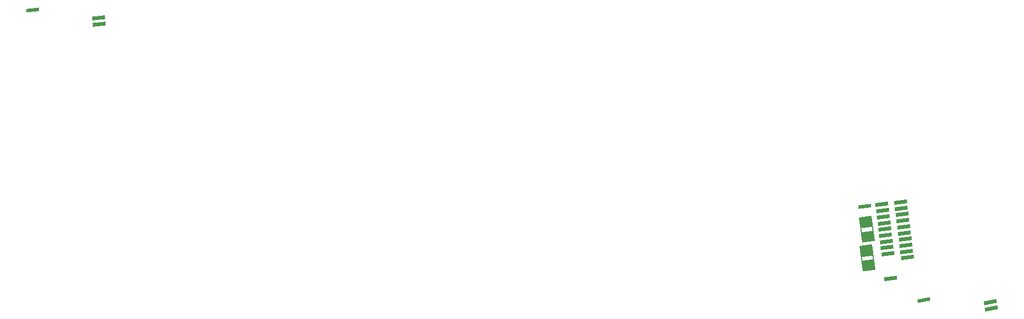
<source format=gbr>
*
G4_C Author: OrCAD GerbTool(tm) 8.1.1 Thu Jun 19 01:37:11 2003*
%LPD*%
%LNsilkbot*%
%FSLAX34Y34*%
%MOIN*%
%AD*%
%AMD25R98*
20,1,0.025000,0.000000,-0.035000,0.000000,0.035000,98.600000*
%
%AMD10R98*
20,1,0.050000,-0.025000,0.000000,0.025000,0.000000,98.600000*
%
%AMD25R98N2*
20,1,0.025000,0.000000,-0.035000,0.000000,0.035000,98.600000*
%
%AMD10R98N2*
20,1,0.050000,-0.025000,0.000000,0.025000,0.000000,98.600000*
%
%AMD25R86*
20,1,0.025000,0.000000,-0.035000,0.000000,0.035000,86.080000*
%
%AMD10R86*
20,1,0.050000,-0.025000,0.000000,0.025000,0.000000,86.080000*
%
%AMD16R5*
20,1,0.025000,-0.035000,0.000000,0.035000,0.000000,5.450000*
%
%AMD10R5*
20,1,0.050000,-0.025000,0.000000,0.025000,0.000000,5.450000*
%
%AMD16R5N2*
20,1,0.025000,-0.035000,0.000000,0.035000,0.000000,5.450000*
%
%AMD10R5N2*
20,1,0.050000,-0.025000,0.000000,0.025000,0.000000,5.450000*
%
%AMD32R3*
20,1,0.025000,0.034920,-0.002390,-0.034920,0.002390,3.950000*
%
%AMD33R3*
20,1,0.050000,-0.001710,-0.024940,0.001710,0.024940,3.950000*
%
%AMD32R3N2*
20,1,0.025000,0.034920,-0.002390,-0.034920,0.002390,3.910000*
%
%AMD33R3N2*
20,1,0.050000,-0.001710,-0.024940,0.001710,0.024940,3.910000*
%
%AMD32R3N3*
20,1,0.025000,0.034920,-0.002390,-0.034920,0.002390,3.920000*
%
%AMD33R3N3*
20,1,0.050000,-0.001710,-0.024940,0.001710,0.024940,3.920000*
%
%AMD30R94*
20,1,0.024000,0.000000,-0.041000,0.000000,0.041000,94.300000*
%
%AMD26R94*
20,1,0.027000,0.000000,-0.036000,0.000000,0.036000,94.300000*
%
%AMD29R94*
20,1,0.022000,0.000000,-0.040000,0.000000,0.040000,94.300000*
%
%AMD29R94N2*
20,1,0.022000,0.000000,-0.040000,0.000000,0.040000,94.000000*
%
%AMD55R1*
20,1,0.024000,0.040880,0.003070,-0.040880,-0.003070,1.000000*
%
%AMD56R1*
20,1,0.027000,0.035900,0.002700,-0.035900,-0.002700,1.000000*
%
%AMD57R1*
20,1,0.022000,0.039890,0.003000,-0.039890,-0.003000,1.000000*
%
%AMD59R1*
20,1,0.024000,0.040820,0.003780,-0.040820,-0.003780,1.000000*
%
%AMD60R1*
20,1,0.027000,0.035850,0.003330,-0.035850,-0.003330,1.000000*
%
%AMD61R1*
20,1,0.022000,0.039830,0.003700,-0.039830,-0.003700,1.000000*
%
%AMD62R1*
20,1,0.024000,0.040750,0.004490,-0.040750,-0.004490,1.000000*
%
%AMD63R1*
20,1,0.027000,0.035790,0.003960,-0.035790,-0.003960,1.000000*
%
%AMD64R1*
20,1,0.022000,0.039760,0.004390,-0.039760,-0.004390,1.000000*
%
%AMD58R1*
20,1,0.022000,0.039900,0.002790,-0.039900,-0.002790,1.000000*
%
%AMD68R1*
20,1,0.022000,0.039850,0.003490,-0.039850,-0.003490,1.000000*
%
%AMD69R1*
20,1,0.022000,0.039780,0.004180,-0.039780,-0.004180,1.000000*
%
%AMD70R1*
20,1,0.022000,0.039700,0.004870,-0.039700,-0.004870,1.000000*
%
%AMD71R1*
20,1,0.022000,0.039610,0.005560,-0.039610,-0.005560,1.000000*
%
%AMD72R1*
20,1,0.022000,0.039510,0.006250,-0.039510,-0.006250,1.000000*
%
%AMD73R1*
20,1,0.022000,0.039390,0.006940,-0.039390,-0.006940,1.000000*
%
%AMD74R359*
20,1,0.022000,0.039260,0.007630,-0.039260,-0.007630,359.000000*
%
%AMD75R359*
20,1,0.022000,0.039390,0.006940,-0.039390,-0.006940,359.000000*
%
%AMD76R359*
20,1,0.022000,0.039510,0.006250,-0.039510,-0.006250,359.000000*
%
%AMD77R359*
20,1,0.022000,0.039610,0.005560,-0.039610,-0.005560,359.000000*
%
%AMD78R359*
20,1,0.022000,0.039700,0.004870,-0.039700,-0.004870,359.000000*
%
%AMD30R98*
20,1,0.024000,0.000000,-0.041000,0.000000,0.041000,98.100000*
%
%AMD26R98*
20,1,0.027000,0.000000,-0.036000,0.000000,0.036000,98.100000*
%
%AMD29R98*
20,1,0.022000,0.000000,-0.040000,0.000000,0.040000,98.100000*
%
%AMD30R97*
20,1,0.024000,0.000000,-0.041000,0.000000,0.041000,97.000000*
%
%AMD26R97*
20,1,0.027000,0.000000,-0.036000,0.000000,0.036000,97.000000*
%
%AMD29R97*
20,1,0.022000,0.000000,-0.040000,0.000000,0.040000,97.000000*
%
%AMD29R98N2*
20,1,0.022000,0.000000,-0.040000,0.000000,0.040000,98.000000*
%
%AMD30R98N2*
20,1,0.024000,0.000000,-0.041000,0.000000,0.041000,98.000000*
%
%AMD86R1*
20,1,0.022000,0.039610,0.005570,-0.039610,-0.005570,1.000000*
%
%AMD87R1*
20,1,0.024000,0.040600,0.005710,-0.040600,-0.005710,1.000000*
%
%AMD88R1*
20,1,0.022000,0.039510,0.006260,-0.039510,-0.006260,1.000000*
%
%AMD89R1*
20,1,0.024000,0.040490,0.006420,-0.040490,-0.006420,1.000000*
%
%AMD90R1*
20,1,0.022000,0.039390,0.006950,-0.039390,-0.006950,1.000000*
%
%AMD91R1*
20,1,0.024000,0.040370,0.007130,-0.040370,-0.007130,1.000000*
%
%AMD29R95*
20,1,0.022000,0.000000,-0.040000,0.000000,0.040000,95.000000*
%
%AMD30R95*
20,1,0.024000,0.000000,-0.041000,0.000000,0.041000,95.000000*
%
%AMD94R1*
20,1,0.022000,0.039850,0.003490,-0.039850,-0.003490,1.000000*
%
%AMD95R1*
20,1,0.024000,0.040840,0.003570,-0.040840,-0.003570,1.000000*
%
%ADD10R,0.050000X0.050000*%
%ADD11C,0.006000*%
%ADD12C,0.019000*%
%ADD13C,0.007900*%
%ADD14C,0.005000*%
%ADD15C,0.000800*%
%ADD16R,0.070000X0.025000*%
%ADD17R,0.068000X0.023000*%
%ADD18C,0.006000*%
%ADD19C,0.009800*%
%ADD20C,0.010000*%
%ADD21C,0.030000*%
%ADD22C,0.060000*%
%ADD23C,0.035000*%
%ADD24C,0.055000*%
%ADD25R,0.025000X0.070000*%
%ADD26R,0.027000X0.072000*%
%ADD27R,0.029000X0.058000*%
%ADD28R,0.031000X0.060000*%
%ADD29R,0.022000X0.080000*%
%ADD30R,0.024000X0.082000*%
%ADD31D10R98N2*%
%ADD32D25R86*%
%ADD33D10R86*%
%ADD34D16R5*%
%ADD35D10R5*%
%ADD36D16R5N2*%
%ADD37D10R5N2*%
%ADD38D25R98N2*%
%ADD39D10R98N2*%
%ADD40D25R86*%
%ADD41D10R86*%
%ADD42D16R5*%
%ADD43D10R5*%
%ADD44D16R5N2*%
%ADD45D10R5N2*%
%ADD46D32R3*%
%ADD47D33R3*%
%ADD48R,0.070000X0.025000*%
%ADD49D33R3N2*%
%ADD50C,0.011000*%
%ADD51C,0.036000*%
%ADD52C,0.015000*%
%ADD53R,0.070000X0.025000*%
%ADD54R,0.050000X0.050000*%
%ADD55D30R94*%
%ADD56D26R94*%
%ADD57D29R94*%
%ADD58D29R94N2*%
%ADD59D55R1*%
%ADD60D56R1*%
%ADD61D57R1*%
%ADD62D59R1*%
%ADD63D60R1*%
%ADD64D61R1*%
%ADD65D62R1*%
%ADD66D63R1*%
%ADD67D64R1*%
%ADD68D58R1*%
%ADD69D68R1*%
%ADD70D69R1*%
%ADD71D70R1*%
%ADD72D71R1*%
%ADD73D72R1*%
%ADD74D73R1*%
%ADD75D74R359*%
%ADD76D75R359*%
%ADD77D76R359*%
%ADD78D77R359*%
%ADD79D78R359*%
%ADD80D30R98*%
%ADD81D26R98*%
%ADD82D29R98*%
%ADD83D30R97*%
%ADD84D26R97*%
%ADD85D29R97*%
%ADD86D29R98N2*%
%ADD87D30R98N2*%
%ADD88D86R1*%
%ADD89D87R1*%
%ADD90D88R1*%
%ADD91D89R1*%
%ADD92D90R1*%
%ADD93D91R1*%
%ADD94D29R95*%
%ADD95D30R95*%
%ADD96D94R1*%
%ADD97D95R1*%
G4_C OrCAD GerbTool Tool List *
G4_D50 1 0.0110 T 0 0*
G4_D51 3 0.0360 T 0 0*
G4_D52 2 0.0150 T 0 0*
G54D96*
G1X37786Y39354D3*
G54D97*
G1X41965Y38836D3*
G1X42010Y38445D3*
G54D92*
G1X94130Y20983D3*
G54D93*
G1X98338Y20831D3*
G1X98417Y20445D3*
G54D83*
G1X92051Y22337D3*
G1X91861Y23901D3*
G1X91812Y24291D3*
G1X91765Y24682D3*
G1X91717Y25073D3*
G1X91669Y25464D3*
G1X91573Y26244D3*
G1X91621Y25854D3*
G1X91525Y26635D3*
G1X91477Y27025D3*
G1X92668Y27173D3*
G1X92716Y26782D3*
G1X92764Y26392D3*
G1X92812Y26000D3*
G1X92860Y25610D3*
G1X92908Y25219D3*
G1X92956Y24828D3*
G1X93003Y24437D3*
G1X93052Y24047D3*
G1X93100Y23656D3*
G54D84*
G1X90661Y22985D3*
G1X90636Y23181D3*
G1X90615Y23364D3*
G1X90552Y23879D3*
G1X90529Y24077D3*
G1X90506Y24258D3*
G1X90848Y24458D2*
G54D18*
G1X91036Y22924D1*
G1X90848Y24459D2*
G1X90117Y24369D1*
G1X90116Y24370D2*
G1X90305Y22834D1*
G54D84*
G1X90629Y24801D3*
G1X90603Y24998D3*
G1X90582Y25181D3*
G1X90520Y25696D3*
G1X90497Y25893D3*
G1X90473Y26075D3*
G1X90816Y26274D2*
G54D18*
G1X91004Y24741D1*
G1X90815Y26275D2*
G1X90084Y26185D1*
G1X90084Y26186D2*
G1X90272Y24651D1*
G54D85*
G1X90406Y26895D3*
M2*

</source>
